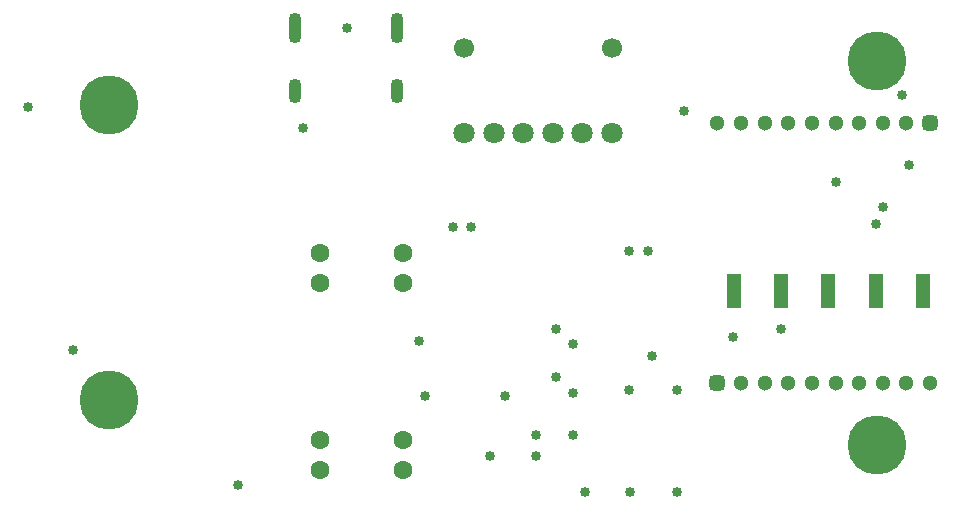
<source format=gbs>
G04*
G04 #@! TF.GenerationSoftware,Altium Limited,Altium Designer,24.1.2 (44)*
G04*
G04 Layer_Color=16711935*
%FSLAX44Y44*%
%MOMM*%
G71*
G04*
G04 #@! TF.SameCoordinates,9A0184B9-0745-4BA0-A63A-3E559F80E0CB*
G04*
G04*
G04 #@! TF.FilePolarity,Negative*
G04*
G01*
G75*
%ADD31O,1.1000X2.1000*%
%ADD32C,1.3000*%
G04:AMPARAMS|DCode=33|XSize=1.3mm|YSize=1.3mm|CornerRadius=0.325mm|HoleSize=0mm|Usage=FLASHONLY|Rotation=0.000|XOffset=0mm|YOffset=0mm|HoleType=Round|Shape=RoundedRectangle|*
%AMROUNDEDRECTD33*
21,1,1.3000,0.6500,0,0,0.0*
21,1,0.6500,1.3000,0,0,0.0*
1,1,0.6500,0.3250,-0.3250*
1,1,0.6500,-0.3250,-0.3250*
1,1,0.6500,-0.3250,0.3250*
1,1,0.6500,0.3250,0.3250*
%
%ADD33ROUNDEDRECTD33*%
%ADD34O,1.1000X2.6000*%
%ADD35C,1.6000*%
%ADD36C,5.0000*%
%ADD37C,1.7000*%
%ADD38C,1.8000*%
%ADD39C,0.8500*%
%ADD43R,1.2000X3.0000*%
G36*
X139506Y156204D02*
Y156461D01*
X139249D01*
Y156204D01*
X139506D01*
D02*
G37*
G36*
X217173Y289163D02*
X217430D01*
Y289420D01*
X217173D01*
Y289163D01*
D02*
G37*
D31*
X388600Y359550D02*
D03*
X302200D02*
D03*
D32*
X780000Y112000D02*
D03*
X760000D02*
D03*
X740000D02*
D03*
X720000D02*
D03*
X700000D02*
D03*
X680000D02*
D03*
X800000D02*
D03*
X820000D02*
D03*
X840000D02*
D03*
X720000Y332000D02*
D03*
X740000D02*
D03*
X760000D02*
D03*
X780000D02*
D03*
X800000D02*
D03*
X820000D02*
D03*
X700000D02*
D03*
X680000D02*
D03*
X660000D02*
D03*
D33*
Y112000D02*
D03*
X840000Y332000D02*
D03*
D34*
X302400Y413050D02*
D03*
X388800D02*
D03*
D35*
X393700Y38100D02*
D03*
Y63500D02*
D03*
X323850Y222250D02*
D03*
Y196850D02*
D03*
X393700D02*
D03*
Y222250D02*
D03*
X323850Y38100D02*
D03*
Y63500D02*
D03*
D36*
X795000Y385000D02*
D03*
X145000Y347500D02*
D03*
Y97500D02*
D03*
X795000Y60000D02*
D03*
D37*
X570500Y395880D02*
D03*
X445500D02*
D03*
D38*
Y324080D02*
D03*
X470500D02*
D03*
X495500D02*
D03*
X520500D02*
D03*
X545500D02*
D03*
X570500D02*
D03*
D39*
X585000Y106000D02*
D03*
X800000Y261000D02*
D03*
X632000Y342863D02*
D03*
X760000Y282000D02*
D03*
X407000Y148000D02*
D03*
X412000Y101000D02*
D03*
X506000Y50000D02*
D03*
X523000Y158000D02*
D03*
Y117000D02*
D03*
X605000Y135000D02*
D03*
X538000Y144863D02*
D03*
Y68000D02*
D03*
X506000D02*
D03*
X538000Y104000D02*
D03*
X673000Y151000D02*
D03*
X794000Y247000D02*
D03*
X346000Y413000D02*
D03*
X451750Y244000D02*
D03*
X436000D02*
D03*
X585250Y224000D02*
D03*
X601000D02*
D03*
X816000Y356000D02*
D03*
X480000Y101000D02*
D03*
X714000Y158000D02*
D03*
X822000Y297000D02*
D03*
X309000Y328000D02*
D03*
X586000Y20000D02*
D03*
X626000Y106000D02*
D03*
Y20000D02*
D03*
X547500D02*
D03*
X467500Y50000D02*
D03*
X254000Y25400D02*
D03*
X114300Y139700D02*
D03*
X76200Y345440D02*
D03*
D43*
X834000Y190000D02*
D03*
X714000D02*
D03*
X794000D02*
D03*
X674000D02*
D03*
X754000D02*
D03*
M02*

</source>
